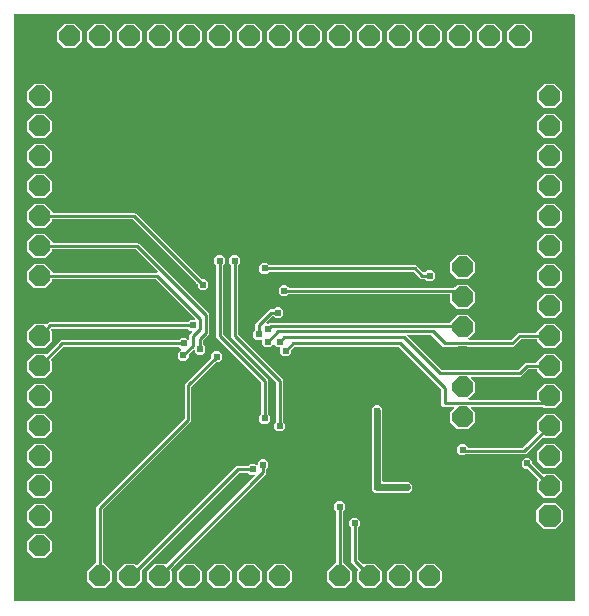
<source format=gbl>
G04 EAGLE Gerber RS-274X export*
G75*
%MOMM*%
%FSLAX34Y34*%
%LPD*%
%INBottom Copper Layer*%
%IPPOS*%
%AMOC8*
5,1,8,0,0,1.08239X$1,22.5*%
G01*
%ADD10P,2.089446X8X112.500000*%
%ADD11P,1.924489X8X292.500000*%
%ADD12P,1.924489X8X112.500000*%
%ADD13P,1.924489X8X22.500000*%
%ADD14P,1.924489X8X202.500000*%
%ADD15P,2.089446X8X22.500000*%
%ADD16C,0.604000*%
%ADD17C,0.609600*%
%ADD18C,0.254000*%

G36*
X477848Y3814D02*
X477848Y3814D01*
X477867Y3812D01*
X477969Y3834D01*
X478071Y3850D01*
X478088Y3860D01*
X478108Y3864D01*
X478197Y3917D01*
X478288Y3966D01*
X478302Y3980D01*
X478319Y3990D01*
X478386Y4069D01*
X478458Y4144D01*
X478466Y4162D01*
X478479Y4177D01*
X478518Y4273D01*
X478561Y4367D01*
X478563Y4387D01*
X478571Y4405D01*
X478589Y4572D01*
X478589Y500128D01*
X478586Y500148D01*
X478588Y500167D01*
X478566Y500269D01*
X478550Y500371D01*
X478540Y500388D01*
X478536Y500408D01*
X478483Y500497D01*
X478434Y500588D01*
X478420Y500602D01*
X478410Y500619D01*
X478331Y500686D01*
X478256Y500758D01*
X478238Y500766D01*
X478223Y500779D01*
X478127Y500818D01*
X478033Y500861D01*
X478013Y500863D01*
X477995Y500871D01*
X477828Y500889D01*
X4572Y500889D01*
X4552Y500886D01*
X4533Y500888D01*
X4431Y500866D01*
X4329Y500850D01*
X4312Y500840D01*
X4292Y500836D01*
X4203Y500783D01*
X4112Y500734D01*
X4098Y500720D01*
X4081Y500710D01*
X4014Y500631D01*
X3942Y500556D01*
X3934Y500538D01*
X3921Y500523D01*
X3882Y500427D01*
X3839Y500333D01*
X3837Y500313D01*
X3829Y500295D01*
X3811Y500128D01*
X3811Y4572D01*
X3814Y4552D01*
X3812Y4533D01*
X3834Y4431D01*
X3850Y4329D01*
X3860Y4312D01*
X3864Y4292D01*
X3917Y4203D01*
X3966Y4112D01*
X3980Y4098D01*
X3990Y4081D01*
X4069Y4014D01*
X4144Y3942D01*
X4162Y3934D01*
X4177Y3921D01*
X4273Y3882D01*
X4367Y3839D01*
X4387Y3837D01*
X4405Y3829D01*
X4572Y3811D01*
X477828Y3811D01*
X477848Y3814D01*
G37*
%LPC*%
G36*
X379226Y149605D02*
X379226Y149605D01*
X373125Y155706D01*
X373125Y164334D01*
X376147Y167356D01*
X376189Y167414D01*
X376238Y167466D01*
X376260Y167513D01*
X376291Y167555D01*
X376312Y167624D01*
X376342Y167689D01*
X376348Y167741D01*
X376363Y167791D01*
X376361Y167862D01*
X376369Y167933D01*
X376358Y167984D01*
X376357Y168036D01*
X376332Y168104D01*
X376317Y168174D01*
X376290Y168219D01*
X376272Y168267D01*
X376227Y168323D01*
X376191Y168385D01*
X376151Y168419D01*
X376118Y168459D01*
X376058Y168498D01*
X376004Y168545D01*
X375955Y168564D01*
X375912Y168592D01*
X375842Y168610D01*
X375776Y168637D01*
X375704Y168645D01*
X375673Y168653D01*
X375650Y168651D01*
X375609Y168655D01*
X367142Y168655D01*
X365505Y170292D01*
X365505Y182677D01*
X365491Y182767D01*
X365483Y182858D01*
X365471Y182888D01*
X365466Y182920D01*
X365423Y183000D01*
X365387Y183084D01*
X365361Y183116D01*
X365350Y183137D01*
X365327Y183159D01*
X365299Y183195D01*
X365298Y183195D01*
X365298Y183196D01*
X365282Y183215D01*
X329265Y219232D01*
X329191Y219285D01*
X329122Y219345D01*
X329092Y219357D01*
X329066Y219376D01*
X328979Y219403D01*
X328894Y219437D01*
X328853Y219441D01*
X328831Y219448D01*
X328798Y219447D01*
X328727Y219455D01*
X241655Y219455D01*
X241565Y219441D01*
X241474Y219433D01*
X241445Y219421D01*
X241413Y219416D01*
X241332Y219373D01*
X241248Y219337D01*
X241216Y219311D01*
X241195Y219300D01*
X241173Y219277D01*
X241117Y219232D01*
X238524Y216639D01*
X238471Y216565D01*
X238411Y216496D01*
X238399Y216466D01*
X238380Y216439D01*
X238354Y216352D01*
X238319Y216268D01*
X238315Y216227D01*
X238308Y216204D01*
X238309Y216172D01*
X238301Y216101D01*
X238301Y213941D01*
X235639Y211279D01*
X231874Y211279D01*
X229211Y213941D01*
X229211Y217718D01*
X229223Y217734D01*
X229272Y217786D01*
X229294Y217833D01*
X229324Y217875D01*
X229346Y217944D01*
X229376Y218009D01*
X229381Y218061D01*
X229397Y218110D01*
X229395Y218182D01*
X229403Y218253D01*
X229392Y218304D01*
X229390Y218356D01*
X229366Y218424D01*
X229351Y218494D01*
X229324Y218539D01*
X229306Y218587D01*
X229261Y218643D01*
X229224Y218705D01*
X229185Y218739D01*
X229152Y218779D01*
X229092Y218818D01*
X229037Y218865D01*
X228989Y218884D01*
X228945Y218912D01*
X228876Y218930D01*
X228809Y218957D01*
X228738Y218965D01*
X228707Y218973D01*
X228684Y218971D01*
X228643Y218975D01*
X226717Y218975D01*
X224134Y221558D01*
X224118Y221570D01*
X224106Y221585D01*
X224018Y221642D01*
X223935Y221702D01*
X223916Y221708D01*
X223899Y221718D01*
X223798Y221744D01*
X223700Y221774D01*
X223680Y221774D01*
X223660Y221779D01*
X223557Y221771D01*
X223454Y221768D01*
X223435Y221761D01*
X223415Y221759D01*
X223320Y221719D01*
X223223Y221683D01*
X223207Y221671D01*
X223189Y221663D01*
X223058Y221558D01*
X220399Y218899D01*
X216634Y218899D01*
X213971Y221561D01*
X213971Y224756D01*
X213960Y224827D01*
X213958Y224899D01*
X213940Y224948D01*
X213932Y224999D01*
X213898Y225062D01*
X213874Y225130D01*
X213841Y225171D01*
X213817Y225217D01*
X213765Y225266D01*
X213720Y225322D01*
X213676Y225350D01*
X213638Y225386D01*
X213573Y225416D01*
X213513Y225455D01*
X213462Y225468D01*
X213415Y225490D01*
X213344Y225497D01*
X213274Y225515D01*
X213222Y225511D01*
X213171Y225517D01*
X213101Y225501D01*
X213029Y225496D01*
X212981Y225475D01*
X212930Y225464D01*
X212869Y225428D01*
X212803Y225399D01*
X212747Y225355D01*
X212719Y225338D01*
X212708Y225325D01*
X208937Y225325D01*
X206275Y227987D01*
X206275Y231753D01*
X207802Y233280D01*
X207855Y233353D01*
X207915Y233423D01*
X207927Y233453D01*
X207946Y233479D01*
X207973Y233566D01*
X208007Y233651D01*
X208011Y233692D01*
X208018Y233714D01*
X208017Y233747D01*
X208025Y233818D01*
X208025Y238648D01*
X220302Y250925D01*
X223382Y250925D01*
X223472Y250939D01*
X223563Y250947D01*
X223593Y250959D01*
X223625Y250964D01*
X223706Y251007D01*
X223789Y251043D01*
X223822Y251069D01*
X223842Y251080D01*
X223864Y251103D01*
X223920Y251148D01*
X225447Y252675D01*
X229213Y252675D01*
X231875Y250013D01*
X231875Y246247D01*
X229213Y243585D01*
X225447Y243585D01*
X223920Y245112D01*
X223847Y245165D01*
X223777Y245225D01*
X223747Y245237D01*
X223721Y245256D01*
X223634Y245283D01*
X223549Y245317D01*
X223508Y245321D01*
X223486Y245328D01*
X223453Y245327D01*
X223382Y245335D01*
X222933Y245335D01*
X222843Y245321D01*
X222752Y245313D01*
X222722Y245301D01*
X222690Y245296D01*
X222610Y245253D01*
X222526Y245217D01*
X222494Y245191D01*
X222473Y245180D01*
X222451Y245157D01*
X222395Y245112D01*
X217597Y240314D01*
X217555Y240256D01*
X217505Y240204D01*
X217483Y240157D01*
X217453Y240115D01*
X217432Y240046D01*
X217402Y239981D01*
X217396Y239929D01*
X217381Y239879D01*
X217383Y239808D01*
X217375Y239737D01*
X217386Y239686D01*
X217387Y239634D01*
X217412Y239566D01*
X217427Y239496D01*
X217454Y239451D01*
X217472Y239403D01*
X217516Y239347D01*
X217553Y239285D01*
X217593Y239251D01*
X217625Y239211D01*
X217686Y239172D01*
X217740Y239125D01*
X217788Y239106D01*
X217832Y239078D01*
X217902Y239060D01*
X217968Y239033D01*
X218040Y239025D01*
X218071Y239017D01*
X218094Y239019D01*
X218135Y239015D01*
X219349Y239015D01*
X219440Y239029D01*
X219530Y239037D01*
X219560Y239049D01*
X219592Y239054D01*
X219673Y239097D01*
X219757Y239133D01*
X219789Y239159D01*
X219810Y239170D01*
X219830Y239191D01*
X219832Y239192D01*
X219836Y239197D01*
X219888Y239238D01*
X220455Y239805D01*
X372364Y239805D01*
X372384Y239808D01*
X372403Y239806D01*
X372505Y239828D01*
X372607Y239844D01*
X372624Y239854D01*
X372644Y239858D01*
X372733Y239911D01*
X372824Y239960D01*
X372838Y239974D01*
X372855Y239984D01*
X372922Y240063D01*
X372994Y240138D01*
X373002Y240156D01*
X373015Y240171D01*
X373053Y240267D01*
X373097Y240361D01*
X373099Y240381D01*
X373107Y240399D01*
X373121Y240530D01*
X379226Y246635D01*
X387854Y246635D01*
X393955Y240534D01*
X393955Y231906D01*
X388647Y226598D01*
X388605Y226540D01*
X388556Y226488D01*
X388534Y226441D01*
X388503Y226399D01*
X388482Y226330D01*
X388452Y226265D01*
X388446Y226213D01*
X388431Y226163D01*
X388433Y226092D01*
X388425Y226021D01*
X388436Y225970D01*
X388437Y225918D01*
X388462Y225850D01*
X388477Y225780D01*
X388504Y225735D01*
X388522Y225687D01*
X388567Y225631D01*
X388603Y225569D01*
X388643Y225535D01*
X388676Y225495D01*
X388736Y225456D01*
X388790Y225409D01*
X388839Y225390D01*
X388882Y225362D01*
X388952Y225344D01*
X389018Y225317D01*
X389090Y225309D01*
X389121Y225301D01*
X389144Y225303D01*
X389185Y225299D01*
X389537Y225299D01*
X389568Y225268D01*
X389642Y225215D01*
X389712Y225155D01*
X389742Y225143D01*
X389768Y225124D01*
X389855Y225097D01*
X389940Y225063D01*
X389981Y225059D01*
X390003Y225052D01*
X390035Y225053D01*
X390107Y225045D01*
X423977Y225045D01*
X424067Y225059D01*
X424158Y225067D01*
X424188Y225079D01*
X424220Y225084D01*
X424301Y225127D01*
X424384Y225163D01*
X424417Y225189D01*
X424437Y225200D01*
X424459Y225223D01*
X424515Y225268D01*
X428782Y229535D01*
X430642Y231395D01*
X446024Y231395D01*
X446044Y231398D01*
X446063Y231396D01*
X446165Y231418D01*
X446267Y231434D01*
X446284Y231444D01*
X446304Y231448D01*
X446393Y231501D01*
X446484Y231550D01*
X446498Y231564D01*
X446515Y231574D01*
X446582Y231653D01*
X446654Y231728D01*
X446662Y231746D01*
X446675Y231761D01*
X446714Y231857D01*
X446757Y231951D01*
X446759Y231971D01*
X446767Y231989D01*
X446785Y232156D01*
X446785Y232914D01*
X452886Y239015D01*
X461514Y239015D01*
X467615Y232914D01*
X467615Y224286D01*
X461514Y218185D01*
X452886Y218185D01*
X446785Y224286D01*
X446785Y225044D01*
X446782Y225064D01*
X446784Y225083D01*
X446762Y225185D01*
X446746Y225287D01*
X446736Y225304D01*
X446732Y225324D01*
X446679Y225413D01*
X446630Y225504D01*
X446616Y225518D01*
X446606Y225535D01*
X446527Y225602D01*
X446452Y225674D01*
X446434Y225682D01*
X446419Y225695D01*
X446323Y225734D01*
X446229Y225777D01*
X446209Y225779D01*
X446191Y225787D01*
X446024Y225805D01*
X433273Y225805D01*
X433183Y225791D01*
X433092Y225783D01*
X433062Y225771D01*
X433030Y225766D01*
X432949Y225723D01*
X432866Y225687D01*
X432833Y225661D01*
X432813Y225650D01*
X432791Y225627D01*
X432735Y225582D01*
X428468Y221315D01*
X426608Y219455D01*
X387476Y219455D01*
X387445Y219486D01*
X387371Y219539D01*
X387302Y219599D01*
X387271Y219611D01*
X387245Y219630D01*
X387158Y219657D01*
X387073Y219691D01*
X387033Y219695D01*
X387010Y219702D01*
X386978Y219701D01*
X386907Y219709D01*
X380173Y219709D01*
X380083Y219695D01*
X379992Y219687D01*
X379962Y219675D01*
X379931Y219670D01*
X379850Y219627D01*
X379766Y219591D01*
X379734Y219565D01*
X379713Y219554D01*
X379691Y219531D01*
X379635Y219486D01*
X379604Y219455D01*
X367142Y219455D01*
X357205Y229392D01*
X357131Y229445D01*
X357062Y229505D01*
X357032Y229517D01*
X357006Y229536D01*
X356919Y229563D01*
X356834Y229597D01*
X356793Y229601D01*
X356771Y229608D01*
X356738Y229607D01*
X356667Y229615D01*
X337515Y229615D01*
X337444Y229604D01*
X337372Y229602D01*
X337323Y229584D01*
X337272Y229576D01*
X337209Y229542D01*
X337141Y229517D01*
X337101Y229485D01*
X337055Y229460D01*
X337005Y229408D01*
X336949Y229364D01*
X336921Y229320D01*
X336885Y229282D01*
X336855Y229217D01*
X336816Y229157D01*
X336804Y229106D01*
X336782Y229059D01*
X336774Y228988D01*
X336756Y228918D01*
X336760Y228866D01*
X336755Y228815D01*
X336770Y228744D01*
X336775Y228673D01*
X336796Y228625D01*
X336807Y228574D01*
X336844Y228513D01*
X336872Y228447D01*
X336917Y228391D01*
X336933Y228363D01*
X336951Y228348D01*
X336977Y228316D01*
X365425Y199868D01*
X365499Y199815D01*
X365568Y199755D01*
X365598Y199743D01*
X365624Y199724D01*
X365711Y199697D01*
X365796Y199663D01*
X365837Y199659D01*
X365859Y199652D01*
X365892Y199653D01*
X365963Y199645D01*
X376973Y199645D01*
X377063Y199659D01*
X377154Y199667D01*
X377184Y199679D01*
X377216Y199684D01*
X377297Y199727D01*
X377381Y199763D01*
X377413Y199789D01*
X377433Y199800D01*
X377456Y199823D01*
X377512Y199868D01*
X377543Y199899D01*
X389537Y199899D01*
X389568Y199868D01*
X389642Y199815D01*
X389712Y199755D01*
X389742Y199743D01*
X389768Y199724D01*
X389855Y199697D01*
X389940Y199663D01*
X389981Y199659D01*
X390003Y199652D01*
X390035Y199653D01*
X390107Y199645D01*
X430327Y199645D01*
X430417Y199659D01*
X430508Y199667D01*
X430538Y199679D01*
X430570Y199684D01*
X430650Y199727D01*
X430734Y199763D01*
X430766Y199789D01*
X430787Y199800D01*
X430809Y199823D01*
X430865Y199868D01*
X436992Y205995D01*
X446024Y205995D01*
X446044Y205998D01*
X446063Y205996D01*
X446165Y206018D01*
X446267Y206034D01*
X446284Y206044D01*
X446304Y206048D01*
X446393Y206101D01*
X446484Y206150D01*
X446498Y206164D01*
X446515Y206174D01*
X446582Y206253D01*
X446654Y206328D01*
X446662Y206346D01*
X446675Y206361D01*
X446714Y206457D01*
X446757Y206551D01*
X446759Y206571D01*
X446767Y206589D01*
X446785Y206756D01*
X446785Y207514D01*
X452886Y213615D01*
X461514Y213615D01*
X467615Y207514D01*
X467615Y198886D01*
X461514Y192785D01*
X452886Y192785D01*
X446785Y198886D01*
X446785Y199644D01*
X446782Y199664D01*
X446784Y199683D01*
X446762Y199785D01*
X446746Y199887D01*
X446736Y199904D01*
X446732Y199924D01*
X446679Y200013D01*
X446630Y200104D01*
X446616Y200118D01*
X446606Y200135D01*
X446527Y200202D01*
X446452Y200274D01*
X446434Y200282D01*
X446419Y200295D01*
X446323Y200334D01*
X446229Y200377D01*
X446209Y200379D01*
X446191Y200387D01*
X446024Y200405D01*
X439623Y200405D01*
X439533Y200391D01*
X439442Y200383D01*
X439412Y200371D01*
X439380Y200366D01*
X439300Y200323D01*
X439216Y200287D01*
X439184Y200261D01*
X439163Y200250D01*
X439141Y200227D01*
X439085Y200182D01*
X432958Y194055D01*
X391471Y194055D01*
X391400Y194044D01*
X391329Y194042D01*
X391280Y194024D01*
X391228Y194016D01*
X391165Y193982D01*
X391098Y193957D01*
X391057Y193925D01*
X391011Y193900D01*
X390962Y193848D01*
X390906Y193804D01*
X390878Y193760D01*
X390842Y193722D01*
X390811Y193657D01*
X390773Y193597D01*
X390760Y193546D01*
X390738Y193499D01*
X390730Y193428D01*
X390713Y193358D01*
X390717Y193306D01*
X390711Y193255D01*
X390726Y193184D01*
X390732Y193113D01*
X390752Y193065D01*
X390763Y193014D01*
X390800Y192953D01*
X390828Y192887D01*
X390873Y192831D01*
X390889Y192803D01*
X390907Y192788D01*
X390933Y192756D01*
X393955Y189734D01*
X393955Y181106D01*
X388647Y175798D01*
X388605Y175740D01*
X388556Y175688D01*
X388534Y175641D01*
X388503Y175599D01*
X388482Y175530D01*
X388452Y175465D01*
X388446Y175413D01*
X388431Y175363D01*
X388433Y175292D01*
X388425Y175221D01*
X388436Y175170D01*
X388437Y175118D01*
X388462Y175050D01*
X388477Y174980D01*
X388504Y174935D01*
X388522Y174887D01*
X388567Y174831D01*
X388603Y174769D01*
X388643Y174735D01*
X388676Y174695D01*
X388736Y174656D01*
X388790Y174609D01*
X388839Y174590D01*
X388882Y174562D01*
X388952Y174544D01*
X389018Y174517D01*
X389090Y174509D01*
X389121Y174501D01*
X389144Y174503D01*
X389185Y174499D01*
X389537Y174499D01*
X389568Y174468D01*
X389642Y174415D01*
X389712Y174355D01*
X389742Y174343D01*
X389768Y174324D01*
X389855Y174297D01*
X389940Y174263D01*
X389981Y174259D01*
X390003Y174252D01*
X390035Y174253D01*
X390107Y174245D01*
X446024Y174245D01*
X446044Y174248D01*
X446063Y174246D01*
X446165Y174268D01*
X446267Y174284D01*
X446284Y174294D01*
X446304Y174298D01*
X446393Y174351D01*
X446484Y174400D01*
X446498Y174414D01*
X446515Y174424D01*
X446582Y174503D01*
X446654Y174578D01*
X446662Y174596D01*
X446675Y174611D01*
X446714Y174707D01*
X446757Y174801D01*
X446759Y174821D01*
X446767Y174839D01*
X446785Y175006D01*
X446785Y182114D01*
X452886Y188215D01*
X461514Y188215D01*
X467615Y182114D01*
X467615Y173486D01*
X461514Y167385D01*
X452886Y167385D01*
X451839Y168432D01*
X451765Y168485D01*
X451696Y168545D01*
X451665Y168557D01*
X451639Y168576D01*
X451552Y168603D01*
X451467Y168637D01*
X451427Y168641D01*
X451404Y168648D01*
X451372Y168647D01*
X451301Y168655D01*
X391471Y168655D01*
X391400Y168644D01*
X391329Y168642D01*
X391280Y168624D01*
X391228Y168616D01*
X391165Y168582D01*
X391098Y168557D01*
X391057Y168525D01*
X391011Y168500D01*
X390962Y168448D01*
X390906Y168404D01*
X390878Y168360D01*
X390842Y168322D01*
X390811Y168257D01*
X390773Y168197D01*
X390760Y168146D01*
X390738Y168099D01*
X390730Y168028D01*
X390713Y167958D01*
X390717Y167906D01*
X390711Y167855D01*
X390726Y167784D01*
X390732Y167713D01*
X390752Y167665D01*
X390763Y167614D01*
X390800Y167553D01*
X390828Y167487D01*
X390873Y167431D01*
X390889Y167403D01*
X390907Y167388D01*
X390933Y167356D01*
X393955Y164334D01*
X393955Y155706D01*
X387854Y149605D01*
X379226Y149605D01*
G37*
%LPD*%
%LPC*%
G36*
X21086Y192785D02*
X21086Y192785D01*
X14985Y198886D01*
X14985Y207514D01*
X21086Y213615D01*
X29714Y213615D01*
X30250Y213079D01*
X30266Y213067D01*
X30278Y213052D01*
X30366Y212996D01*
X30450Y212935D01*
X30469Y212929D01*
X30485Y212919D01*
X30586Y212893D01*
X30685Y212863D01*
X30705Y212863D01*
X30724Y212859D01*
X30827Y212867D01*
X30931Y212869D01*
X30949Y212876D01*
X30969Y212878D01*
X31064Y212918D01*
X31162Y212954D01*
X31177Y212966D01*
X31195Y212974D01*
X31326Y213079D01*
X43292Y225045D01*
X143372Y225045D01*
X143462Y225059D01*
X143553Y225067D01*
X143583Y225079D01*
X143615Y225084D01*
X143696Y225127D01*
X143779Y225163D01*
X143812Y225189D01*
X143832Y225200D01*
X143854Y225223D01*
X143910Y225268D01*
X145437Y226795D01*
X149203Y226795D01*
X150846Y225151D01*
X150904Y225110D01*
X150956Y225060D01*
X151003Y225038D01*
X151045Y225008D01*
X151114Y224987D01*
X151179Y224957D01*
X151231Y224951D01*
X151281Y224936D01*
X151352Y224937D01*
X151423Y224930D01*
X151474Y224941D01*
X151526Y224942D01*
X151594Y224967D01*
X151664Y224982D01*
X151709Y225009D01*
X151757Y225026D01*
X151813Y225071D01*
X151875Y225108D01*
X151909Y225148D01*
X151949Y225180D01*
X151988Y225240D01*
X152035Y225295D01*
X152054Y225343D01*
X152082Y225387D01*
X152100Y225456D01*
X152127Y225523D01*
X152135Y225594D01*
X152143Y225626D01*
X152141Y225649D01*
X152145Y225690D01*
X152145Y229348D01*
X154005Y231208D01*
X154443Y231646D01*
X154485Y231704D01*
X154534Y231756D01*
X154556Y231803D01*
X154587Y231845D01*
X154608Y231914D01*
X154638Y231979D01*
X154644Y232031D01*
X154659Y232081D01*
X154657Y232152D01*
X154665Y232223D01*
X154654Y232274D01*
X154653Y232326D01*
X154628Y232394D01*
X154613Y232464D01*
X154586Y232509D01*
X154568Y232557D01*
X154524Y232613D01*
X154487Y232675D01*
X154447Y232709D01*
X154415Y232749D01*
X154354Y232788D01*
X154300Y232835D01*
X154251Y232854D01*
X154208Y232882D01*
X154138Y232900D01*
X154072Y232927D01*
X154000Y232935D01*
X153969Y232943D01*
X153946Y232941D01*
X153905Y232945D01*
X153057Y232945D01*
X151530Y234472D01*
X151457Y234525D01*
X151387Y234585D01*
X151357Y234597D01*
X151331Y234616D01*
X151244Y234643D01*
X151159Y234677D01*
X151118Y234681D01*
X151096Y234688D01*
X151063Y234687D01*
X150992Y234695D01*
X35871Y234695D01*
X35800Y234684D01*
X35729Y234682D01*
X35680Y234664D01*
X35628Y234656D01*
X35565Y234622D01*
X35498Y234597D01*
X35457Y234565D01*
X35411Y234540D01*
X35362Y234488D01*
X35306Y234444D01*
X35278Y234400D01*
X35242Y234362D01*
X35211Y234297D01*
X35173Y234237D01*
X35160Y234186D01*
X35138Y234139D01*
X35130Y234068D01*
X35113Y233998D01*
X35117Y233946D01*
X35111Y233895D01*
X35126Y233824D01*
X35132Y233753D01*
X35152Y233705D01*
X35163Y233654D01*
X35200Y233593D01*
X35228Y233527D01*
X35273Y233471D01*
X35289Y233443D01*
X35307Y233428D01*
X35333Y233396D01*
X35815Y232914D01*
X35815Y224286D01*
X29714Y218185D01*
X21086Y218185D01*
X14985Y224286D01*
X14985Y232914D01*
X21086Y239015D01*
X29714Y239015D01*
X30250Y238479D01*
X30266Y238467D01*
X30278Y238452D01*
X30352Y238404D01*
X30373Y238386D01*
X30386Y238381D01*
X30450Y238335D01*
X30469Y238329D01*
X30485Y238319D01*
X30586Y238293D01*
X30685Y238263D01*
X30705Y238263D01*
X30724Y238259D01*
X30827Y238267D01*
X30931Y238269D01*
X30949Y238276D01*
X30969Y238278D01*
X31064Y238318D01*
X31162Y238354D01*
X31177Y238366D01*
X31195Y238374D01*
X31262Y238427D01*
X31268Y238431D01*
X31275Y238437D01*
X31326Y238479D01*
X33132Y240285D01*
X150992Y240285D01*
X151082Y240299D01*
X151173Y240307D01*
X151203Y240319D01*
X151235Y240324D01*
X151316Y240367D01*
X151399Y240403D01*
X151432Y240429D01*
X151452Y240440D01*
X151474Y240463D01*
X151530Y240508D01*
X153057Y242035D01*
X156638Y242035D01*
X156708Y242046D01*
X156780Y242048D01*
X156829Y242066D01*
X156880Y242074D01*
X156944Y242108D01*
X157011Y242133D01*
X157052Y242165D01*
X157098Y242190D01*
X157147Y242241D01*
X157203Y242286D01*
X157231Y242330D01*
X157267Y242368D01*
X157297Y242433D01*
X157336Y242493D01*
X157349Y242544D01*
X157371Y242591D01*
X157379Y242662D01*
X157396Y242732D01*
X157392Y242784D01*
X157398Y242835D01*
X157383Y242906D01*
X157377Y242977D01*
X157357Y243025D01*
X157346Y243076D01*
X157309Y243137D01*
X157281Y243203D01*
X157236Y243259D01*
X157220Y243287D01*
X157202Y243302D01*
X157176Y243334D01*
X124128Y276382D01*
X124054Y276435D01*
X123985Y276495D01*
X123954Y276507D01*
X123928Y276526D01*
X123841Y276553D01*
X123756Y276587D01*
X123715Y276591D01*
X123693Y276598D01*
X123661Y276597D01*
X123590Y276605D01*
X36576Y276605D01*
X36556Y276602D01*
X36537Y276604D01*
X36435Y276582D01*
X36333Y276566D01*
X36316Y276556D01*
X36296Y276552D01*
X36207Y276499D01*
X36116Y276450D01*
X36102Y276436D01*
X36085Y276426D01*
X36018Y276347D01*
X35946Y276272D01*
X35938Y276254D01*
X35925Y276239D01*
X35886Y276143D01*
X35843Y276049D01*
X35841Y276029D01*
X35833Y276011D01*
X35815Y275844D01*
X35815Y275086D01*
X29714Y268985D01*
X21086Y268985D01*
X14985Y275086D01*
X14985Y283714D01*
X21086Y289815D01*
X29714Y289815D01*
X35815Y283714D01*
X35815Y282956D01*
X35818Y282936D01*
X35816Y282917D01*
X35838Y282815D01*
X35854Y282713D01*
X35864Y282696D01*
X35868Y282676D01*
X35921Y282587D01*
X35970Y282496D01*
X35984Y282482D01*
X35994Y282465D01*
X36073Y282398D01*
X36148Y282326D01*
X36166Y282318D01*
X36181Y282305D01*
X36277Y282266D01*
X36371Y282223D01*
X36391Y282221D01*
X36409Y282213D01*
X36576Y282195D01*
X124765Y282195D01*
X124836Y282206D01*
X124908Y282208D01*
X124957Y282226D01*
X125008Y282234D01*
X125071Y282268D01*
X125139Y282293D01*
X125179Y282325D01*
X125225Y282350D01*
X125275Y282402D01*
X125331Y282446D01*
X125359Y282490D01*
X125395Y282528D01*
X125425Y282593D01*
X125464Y282653D01*
X125476Y282704D01*
X125498Y282751D01*
X125506Y282822D01*
X125524Y282892D01*
X125520Y282944D01*
X125525Y282995D01*
X125510Y283066D01*
X125505Y283137D01*
X125484Y283185D01*
X125473Y283236D01*
X125436Y283297D01*
X125408Y283363D01*
X125363Y283419D01*
X125347Y283447D01*
X125329Y283462D01*
X125303Y283494D01*
X107015Y301782D01*
X106941Y301835D01*
X106872Y301895D01*
X106842Y301907D01*
X106816Y301926D01*
X106729Y301953D01*
X106644Y301987D01*
X106603Y301991D01*
X106581Y301998D01*
X106548Y301997D01*
X106477Y302005D01*
X36576Y302005D01*
X36556Y302002D01*
X36537Y302004D01*
X36435Y301982D01*
X36333Y301966D01*
X36316Y301956D01*
X36296Y301952D01*
X36207Y301899D01*
X36116Y301850D01*
X36102Y301836D01*
X36085Y301826D01*
X36018Y301747D01*
X35946Y301672D01*
X35938Y301654D01*
X35925Y301639D01*
X35886Y301543D01*
X35843Y301449D01*
X35841Y301429D01*
X35833Y301411D01*
X35815Y301244D01*
X35815Y300486D01*
X29714Y294385D01*
X21086Y294385D01*
X14985Y300486D01*
X14985Y309114D01*
X21086Y315215D01*
X29714Y315215D01*
X35815Y309114D01*
X35815Y308356D01*
X35818Y308336D01*
X35816Y308317D01*
X35838Y308215D01*
X35854Y308113D01*
X35864Y308096D01*
X35868Y308076D01*
X35921Y307987D01*
X35970Y307896D01*
X35984Y307882D01*
X35994Y307865D01*
X36073Y307798D01*
X36148Y307726D01*
X36166Y307718D01*
X36181Y307705D01*
X36277Y307666D01*
X36371Y307623D01*
X36391Y307621D01*
X36409Y307613D01*
X36576Y307595D01*
X109108Y307595D01*
X169165Y247538D01*
X169165Y229982D01*
X164308Y225125D01*
X164255Y225051D01*
X164195Y224982D01*
X164183Y224952D01*
X164164Y224926D01*
X164137Y224839D01*
X164114Y224782D01*
X164113Y224778D01*
X164103Y224754D01*
X164099Y224713D01*
X164092Y224691D01*
X164093Y224658D01*
X164085Y224587D01*
X164085Y221118D01*
X164099Y221028D01*
X164107Y220937D01*
X164119Y220907D01*
X164124Y220875D01*
X164167Y220794D01*
X164203Y220711D01*
X164229Y220678D01*
X164240Y220658D01*
X164263Y220636D01*
X164308Y220580D01*
X165835Y219053D01*
X165835Y215287D01*
X163173Y212625D01*
X159407Y212625D01*
X156745Y215287D01*
X156745Y215951D01*
X156734Y216022D01*
X156732Y216094D01*
X156714Y216143D01*
X156706Y216194D01*
X156672Y216257D01*
X156647Y216325D01*
X156615Y216365D01*
X156590Y216411D01*
X156538Y216461D01*
X156494Y216517D01*
X156450Y216545D01*
X156412Y216581D01*
X156347Y216611D01*
X156287Y216650D01*
X156236Y216662D01*
X156189Y216684D01*
X156118Y216692D01*
X156048Y216710D01*
X155996Y216706D01*
X155945Y216711D01*
X155874Y216696D01*
X155803Y216691D01*
X155755Y216670D01*
X155704Y216659D01*
X155643Y216622D01*
X155577Y216594D01*
X155521Y216549D01*
X155493Y216533D01*
X155478Y216515D01*
X155446Y216489D01*
X151862Y212905D01*
X151816Y212842D01*
X151797Y212821D01*
X151793Y212813D01*
X151749Y212762D01*
X151737Y212732D01*
X151718Y212706D01*
X151691Y212618D01*
X151657Y212534D01*
X151653Y212493D01*
X151646Y212471D01*
X151647Y212438D01*
X151639Y212367D01*
X151639Y210207D01*
X148977Y207545D01*
X145211Y207545D01*
X142549Y210207D01*
X142549Y213973D01*
X145321Y216745D01*
X145333Y216761D01*
X145349Y216773D01*
X145405Y216861D01*
X145465Y216944D01*
X145471Y216963D01*
X145482Y216980D01*
X145507Y217081D01*
X145537Y217180D01*
X145537Y217199D01*
X145542Y217219D01*
X145534Y217322D01*
X145531Y217425D01*
X145524Y217444D01*
X145523Y217464D01*
X145482Y217559D01*
X145447Y217656D01*
X145434Y217672D01*
X145426Y217690D01*
X145321Y217821D01*
X143910Y219232D01*
X143836Y219285D01*
X143767Y219345D01*
X143737Y219357D01*
X143711Y219376D01*
X143624Y219403D01*
X143539Y219437D01*
X143498Y219441D01*
X143476Y219448D01*
X143443Y219447D01*
X143372Y219455D01*
X45923Y219455D01*
X45833Y219441D01*
X45742Y219433D01*
X45712Y219421D01*
X45680Y219416D01*
X45600Y219373D01*
X45516Y219337D01*
X45484Y219311D01*
X45463Y219300D01*
X45441Y219277D01*
X45385Y219232D01*
X35279Y209126D01*
X35267Y209110D01*
X35252Y209098D01*
X35219Y209047D01*
X35189Y209015D01*
X35170Y208976D01*
X35135Y208927D01*
X35129Y208908D01*
X35119Y208891D01*
X35104Y208832D01*
X35085Y208792D01*
X35080Y208748D01*
X35063Y208692D01*
X35063Y208672D01*
X35059Y208652D01*
X35063Y208593D01*
X35058Y208548D01*
X35068Y208503D01*
X35069Y208446D01*
X35076Y208427D01*
X35078Y208407D01*
X35100Y208355D01*
X35110Y208307D01*
X35135Y208266D01*
X35154Y208215D01*
X35166Y208199D01*
X35174Y208181D01*
X35221Y208122D01*
X35236Y208096D01*
X35253Y208082D01*
X35279Y208050D01*
X35815Y207514D01*
X35815Y198886D01*
X29714Y192785D01*
X21086Y192785D01*
G37*
%LPD*%
%LPC*%
G36*
X97286Y14985D02*
X97286Y14985D01*
X91185Y21086D01*
X91185Y29714D01*
X97286Y35815D01*
X105914Y35815D01*
X107085Y34644D01*
X107101Y34632D01*
X107113Y34617D01*
X107201Y34561D01*
X107285Y34500D01*
X107304Y34494D01*
X107320Y34484D01*
X107421Y34458D01*
X107520Y34428D01*
X107540Y34428D01*
X107559Y34424D01*
X107662Y34432D01*
X107766Y34434D01*
X107784Y34441D01*
X107804Y34443D01*
X107899Y34483D01*
X107997Y34519D01*
X108012Y34531D01*
X108030Y34539D01*
X108161Y34644D01*
X191882Y118365D01*
X201792Y118365D01*
X201882Y118379D01*
X201973Y118387D01*
X202003Y118399D01*
X202035Y118404D01*
X202116Y118447D01*
X202199Y118483D01*
X202232Y118509D01*
X202252Y118520D01*
X202274Y118543D01*
X202330Y118588D01*
X203857Y120115D01*
X207623Y120115D01*
X208786Y118951D01*
X208844Y118910D01*
X208896Y118860D01*
X208943Y118838D01*
X208985Y118808D01*
X209054Y118787D01*
X209119Y118757D01*
X209171Y118751D01*
X209221Y118736D01*
X209292Y118737D01*
X209363Y118730D01*
X209414Y118741D01*
X209466Y118742D01*
X209534Y118767D01*
X209604Y118782D01*
X209649Y118809D01*
X209697Y118826D01*
X209753Y118871D01*
X209815Y118908D01*
X209849Y118948D01*
X209889Y118980D01*
X209928Y119040D01*
X209975Y119095D01*
X209994Y119143D01*
X210022Y119187D01*
X210040Y119256D01*
X210067Y119323D01*
X210075Y119394D01*
X210083Y119426D01*
X210081Y119449D01*
X210085Y119490D01*
X210085Y121263D01*
X212747Y123925D01*
X216513Y123925D01*
X219175Y121263D01*
X219175Y117497D01*
X217648Y115970D01*
X217595Y115897D01*
X217535Y115827D01*
X217523Y115797D01*
X217504Y115771D01*
X217477Y115684D01*
X217443Y115599D01*
X217439Y115558D01*
X217432Y115536D01*
X217433Y115503D01*
X217425Y115432D01*
X217425Y111872D01*
X136879Y31326D01*
X136867Y31310D01*
X136852Y31298D01*
X136795Y31211D01*
X136735Y31127D01*
X136729Y31108D01*
X136719Y31091D01*
X136693Y30990D01*
X136663Y30892D01*
X136663Y30872D01*
X136659Y30852D01*
X136667Y30749D01*
X136669Y30646D01*
X136676Y30627D01*
X136678Y30607D01*
X136718Y30512D01*
X136754Y30415D01*
X136766Y30399D01*
X136774Y30381D01*
X136879Y30250D01*
X137415Y29714D01*
X137415Y21086D01*
X131314Y14985D01*
X122686Y14985D01*
X116585Y21086D01*
X116585Y29714D01*
X122686Y35815D01*
X131314Y35815D01*
X131850Y35279D01*
X131866Y35267D01*
X131878Y35252D01*
X131966Y35196D01*
X132050Y35135D01*
X132069Y35129D01*
X132085Y35119D01*
X132186Y35093D01*
X132285Y35063D01*
X132305Y35063D01*
X132324Y35059D01*
X132427Y35067D01*
X132531Y35069D01*
X132549Y35076D01*
X132569Y35078D01*
X132664Y35118D01*
X132762Y35154D01*
X132777Y35166D01*
X132795Y35174D01*
X132926Y35279D01*
X207373Y109726D01*
X207415Y109784D01*
X207465Y109836D01*
X207487Y109883D01*
X207517Y109925D01*
X207538Y109994D01*
X207568Y110059D01*
X207574Y110111D01*
X207589Y110161D01*
X207587Y110232D01*
X207595Y110303D01*
X207584Y110354D01*
X207583Y110406D01*
X207558Y110474D01*
X207543Y110544D01*
X207516Y110588D01*
X207498Y110637D01*
X207454Y110693D01*
X207417Y110755D01*
X207377Y110789D01*
X207345Y110829D01*
X207284Y110868D01*
X207230Y110915D01*
X207182Y110934D01*
X207138Y110962D01*
X207068Y110980D01*
X207002Y111007D01*
X206930Y111015D01*
X206899Y111023D01*
X206876Y111021D01*
X206835Y111025D01*
X203857Y111025D01*
X202330Y112552D01*
X202257Y112605D01*
X202187Y112665D01*
X202157Y112677D01*
X202131Y112696D01*
X202044Y112723D01*
X201959Y112757D01*
X201918Y112761D01*
X201896Y112768D01*
X201863Y112767D01*
X201792Y112775D01*
X194513Y112775D01*
X194423Y112761D01*
X194332Y112753D01*
X194302Y112741D01*
X194270Y112736D01*
X194190Y112693D01*
X194106Y112657D01*
X194074Y112631D01*
X194053Y112620D01*
X194031Y112597D01*
X193975Y112552D01*
X112114Y30691D01*
X112102Y30675D01*
X112087Y30663D01*
X112030Y30575D01*
X111970Y30492D01*
X111964Y30473D01*
X111954Y30456D01*
X111928Y30355D01*
X111898Y30257D01*
X111898Y30237D01*
X111894Y30217D01*
X111902Y30114D01*
X111904Y30011D01*
X111911Y29992D01*
X111913Y29972D01*
X111953Y29877D01*
X111989Y29780D01*
X112001Y29764D01*
X112009Y29746D01*
X112015Y29739D01*
X112015Y21086D01*
X105914Y14985D01*
X97286Y14985D01*
G37*
%LPD*%
%LPC*%
G36*
X71886Y14985D02*
X71886Y14985D01*
X65785Y21086D01*
X65785Y29714D01*
X71886Y35815D01*
X72644Y35815D01*
X72664Y35818D01*
X72683Y35816D01*
X72785Y35838D01*
X72887Y35854D01*
X72904Y35864D01*
X72924Y35868D01*
X73013Y35921D01*
X73104Y35970D01*
X73118Y35984D01*
X73135Y35994D01*
X73202Y36073D01*
X73274Y36148D01*
X73282Y36166D01*
X73295Y36181D01*
X73334Y36277D01*
X73377Y36371D01*
X73379Y36391D01*
X73387Y36409D01*
X73405Y36576D01*
X73405Y83708D01*
X148112Y158415D01*
X148165Y158489D01*
X148225Y158558D01*
X148237Y158588D01*
X148256Y158614D01*
X148283Y158701D01*
X148317Y158786D01*
X148321Y158827D01*
X148328Y158849D01*
X148327Y158882D01*
X148335Y158953D01*
X148335Y187848D01*
X170492Y210005D01*
X170545Y210079D01*
X170605Y210148D01*
X170617Y210178D01*
X170636Y210204D01*
X170663Y210291D01*
X170697Y210376D01*
X170701Y210417D01*
X170708Y210439D01*
X170707Y210472D01*
X170715Y210543D01*
X170715Y212703D01*
X173377Y215365D01*
X177143Y215365D01*
X179805Y212703D01*
X179805Y208937D01*
X177143Y206275D01*
X174983Y206275D01*
X174893Y206261D01*
X174802Y206253D01*
X174772Y206241D01*
X174740Y206236D01*
X174660Y206193D01*
X174576Y206157D01*
X174544Y206131D01*
X174523Y206120D01*
X174501Y206097D01*
X174445Y206052D01*
X154148Y185755D01*
X154095Y185681D01*
X154035Y185612D01*
X154023Y185582D01*
X154004Y185556D01*
X153977Y185469D01*
X153943Y185384D01*
X153939Y185343D01*
X153932Y185321D01*
X153933Y185288D01*
X153925Y185217D01*
X153925Y156322D01*
X79218Y81615D01*
X79165Y81541D01*
X79105Y81472D01*
X79093Y81442D01*
X79074Y81416D01*
X79047Y81329D01*
X79013Y81244D01*
X79009Y81203D01*
X79002Y81181D01*
X79003Y81148D01*
X78995Y81077D01*
X78995Y36576D01*
X78998Y36556D01*
X78996Y36537D01*
X79018Y36435D01*
X79034Y36333D01*
X79044Y36316D01*
X79048Y36296D01*
X79101Y36207D01*
X79150Y36116D01*
X79164Y36102D01*
X79174Y36085D01*
X79253Y36018D01*
X79328Y35946D01*
X79346Y35938D01*
X79361Y35925D01*
X79457Y35886D01*
X79551Y35843D01*
X79571Y35841D01*
X79589Y35833D01*
X79756Y35815D01*
X80514Y35815D01*
X86615Y29714D01*
X86615Y21086D01*
X80514Y14985D01*
X71886Y14985D01*
G37*
%LPD*%
%LPC*%
G36*
X161947Y267235D02*
X161947Y267235D01*
X159285Y269897D01*
X159285Y272057D01*
X159271Y272147D01*
X159263Y272238D01*
X159251Y272268D01*
X159246Y272300D01*
X159203Y272380D01*
X159167Y272464D01*
X159141Y272496D01*
X159130Y272517D01*
X159107Y272539D01*
X159062Y272595D01*
X104475Y327182D01*
X104401Y327235D01*
X104332Y327295D01*
X104302Y327307D01*
X104276Y327326D01*
X104189Y327353D01*
X104104Y327387D01*
X104063Y327391D01*
X104041Y327398D01*
X104008Y327397D01*
X103937Y327405D01*
X36576Y327405D01*
X36556Y327402D01*
X36537Y327404D01*
X36435Y327382D01*
X36333Y327366D01*
X36316Y327356D01*
X36296Y327352D01*
X36207Y327299D01*
X36116Y327250D01*
X36102Y327236D01*
X36085Y327226D01*
X36018Y327147D01*
X35946Y327072D01*
X35938Y327054D01*
X35925Y327039D01*
X35886Y326943D01*
X35843Y326849D01*
X35841Y326829D01*
X35833Y326811D01*
X35815Y326644D01*
X35815Y325886D01*
X29714Y319785D01*
X21086Y319785D01*
X14985Y325886D01*
X14985Y334514D01*
X21086Y340615D01*
X29714Y340615D01*
X35815Y334514D01*
X35815Y333756D01*
X35818Y333736D01*
X35816Y333717D01*
X35838Y333615D01*
X35854Y333513D01*
X35864Y333496D01*
X35868Y333476D01*
X35921Y333387D01*
X35970Y333296D01*
X35984Y333282D01*
X35994Y333265D01*
X36073Y333198D01*
X36148Y333126D01*
X36166Y333118D01*
X36181Y333105D01*
X36277Y333066D01*
X36371Y333023D01*
X36391Y333021D01*
X36409Y333013D01*
X36576Y332995D01*
X106568Y332995D01*
X163015Y276548D01*
X163089Y276495D01*
X163158Y276435D01*
X163188Y276423D01*
X163214Y276404D01*
X163301Y276377D01*
X163386Y276343D01*
X163427Y276339D01*
X163449Y276332D01*
X163482Y276333D01*
X163553Y276325D01*
X165713Y276325D01*
X168375Y273663D01*
X168375Y269897D01*
X165713Y267235D01*
X161947Y267235D01*
G37*
%LPD*%
%LPC*%
G36*
X379226Y251205D02*
X379226Y251205D01*
X373125Y257306D01*
X373125Y263144D01*
X373122Y263164D01*
X373124Y263183D01*
X373102Y263285D01*
X373086Y263387D01*
X373076Y263404D01*
X373072Y263424D01*
X373019Y263513D01*
X372970Y263604D01*
X372956Y263618D01*
X372946Y263635D01*
X372867Y263702D01*
X372792Y263774D01*
X372774Y263782D01*
X372759Y263795D01*
X372663Y263834D01*
X372569Y263877D01*
X372549Y263879D01*
X372531Y263887D01*
X372364Y263905D01*
X236358Y263905D01*
X236268Y263891D01*
X236177Y263883D01*
X236147Y263871D01*
X236115Y263866D01*
X236034Y263823D01*
X235951Y263787D01*
X235918Y263761D01*
X235898Y263750D01*
X235876Y263727D01*
X235820Y263682D01*
X234293Y262155D01*
X230527Y262155D01*
X227865Y264817D01*
X227865Y268583D01*
X230527Y271245D01*
X234293Y271245D01*
X235820Y269718D01*
X235893Y269665D01*
X235963Y269605D01*
X235993Y269593D01*
X236019Y269574D01*
X236106Y269547D01*
X236191Y269513D01*
X236232Y269509D01*
X236254Y269502D01*
X236287Y269503D01*
X236358Y269495D01*
X376371Y269495D01*
X376461Y269509D01*
X376552Y269517D01*
X376582Y269529D01*
X376614Y269534D01*
X376694Y269577D01*
X376778Y269613D01*
X376810Y269639D01*
X376831Y269650D01*
X376853Y269673D01*
X376909Y269718D01*
X379226Y272035D01*
X387854Y272035D01*
X393955Y265934D01*
X393955Y257306D01*
X387854Y251205D01*
X379226Y251205D01*
G37*
%LPD*%
%LPC*%
G36*
X226717Y147855D02*
X226717Y147855D01*
X224055Y150517D01*
X224055Y154283D01*
X225582Y155810D01*
X225635Y155883D01*
X225695Y155953D01*
X225707Y155983D01*
X225726Y156009D01*
X225753Y156096D01*
X225787Y156181D01*
X225791Y156222D01*
X225798Y156244D01*
X225797Y156277D01*
X225805Y156348D01*
X225805Y189027D01*
X225791Y189117D01*
X225783Y189208D01*
X225771Y189238D01*
X225766Y189270D01*
X225723Y189350D01*
X225687Y189434D01*
X225661Y189466D01*
X225650Y189487D01*
X225627Y189509D01*
X225582Y189565D01*
X187705Y227442D01*
X187705Y288152D01*
X187691Y288242D01*
X187683Y288333D01*
X187671Y288363D01*
X187666Y288395D01*
X187623Y288476D01*
X187587Y288559D01*
X187561Y288592D01*
X187550Y288612D01*
X187527Y288634D01*
X187482Y288690D01*
X185955Y290217D01*
X185955Y293983D01*
X188617Y296645D01*
X192383Y296645D01*
X195045Y293983D01*
X195045Y290217D01*
X193518Y288690D01*
X193465Y288617D01*
X193405Y288547D01*
X193393Y288517D01*
X193374Y288491D01*
X193347Y288404D01*
X193313Y288319D01*
X193309Y288278D01*
X193302Y288256D01*
X193303Y288223D01*
X193295Y288152D01*
X193295Y230073D01*
X193309Y229983D01*
X193317Y229892D01*
X193329Y229862D01*
X193334Y229830D01*
X193377Y229750D01*
X193413Y229666D01*
X193439Y229634D01*
X193450Y229613D01*
X193473Y229591D01*
X193518Y229535D01*
X231395Y191658D01*
X231395Y156348D01*
X231409Y156258D01*
X231417Y156167D01*
X231429Y156137D01*
X231434Y156105D01*
X231477Y156024D01*
X231513Y155941D01*
X231539Y155908D01*
X231550Y155888D01*
X231573Y155866D01*
X231618Y155810D01*
X233145Y154283D01*
X233145Y150517D01*
X230483Y147855D01*
X226717Y147855D01*
G37*
%LPD*%
%LPC*%
G36*
X214017Y154205D02*
X214017Y154205D01*
X211355Y156867D01*
X211355Y160633D01*
X212882Y162160D01*
X212935Y162233D01*
X212995Y162303D01*
X213007Y162333D01*
X213026Y162359D01*
X213053Y162446D01*
X213087Y162531D01*
X213091Y162572D01*
X213098Y162594D01*
X213097Y162627D01*
X213105Y162698D01*
X213105Y189027D01*
X213091Y189117D01*
X213083Y189208D01*
X213071Y189238D01*
X213066Y189270D01*
X213023Y189350D01*
X212987Y189434D01*
X212961Y189466D01*
X212950Y189487D01*
X212927Y189509D01*
X212882Y189565D01*
X175005Y227442D01*
X175005Y288152D01*
X174991Y288242D01*
X174983Y288333D01*
X174971Y288363D01*
X174966Y288395D01*
X174923Y288476D01*
X174887Y288559D01*
X174861Y288592D01*
X174850Y288612D01*
X174827Y288634D01*
X174782Y288690D01*
X173255Y290217D01*
X173255Y293983D01*
X175917Y296645D01*
X179683Y296645D01*
X182345Y293983D01*
X182345Y290217D01*
X180818Y288690D01*
X180765Y288617D01*
X180705Y288547D01*
X180693Y288517D01*
X180674Y288491D01*
X180647Y288404D01*
X180613Y288319D01*
X180609Y288278D01*
X180602Y288256D01*
X180603Y288223D01*
X180595Y288152D01*
X180595Y230073D01*
X180609Y229983D01*
X180617Y229892D01*
X180629Y229862D01*
X180634Y229830D01*
X180677Y229750D01*
X180713Y229666D01*
X180739Y229634D01*
X180750Y229613D01*
X180773Y229591D01*
X180818Y229535D01*
X218695Y191658D01*
X218695Y162698D01*
X218709Y162608D01*
X218717Y162517D01*
X218729Y162487D01*
X218734Y162455D01*
X218777Y162374D01*
X218813Y162291D01*
X218839Y162258D01*
X218850Y162238D01*
X218873Y162216D01*
X218918Y162160D01*
X220445Y160633D01*
X220445Y156867D01*
X217783Y154205D01*
X214017Y154205D01*
G37*
%LPD*%
%LPC*%
G36*
X309256Y95757D02*
X309256Y95757D01*
X306577Y98436D01*
X306577Y166994D01*
X309256Y169673D01*
X313044Y169673D01*
X315723Y166994D01*
X315723Y105664D01*
X315726Y105644D01*
X315724Y105625D01*
X315746Y105523D01*
X315762Y105421D01*
X315772Y105404D01*
X315776Y105384D01*
X315829Y105295D01*
X315878Y105204D01*
X315892Y105190D01*
X315902Y105173D01*
X315981Y105106D01*
X316056Y105034D01*
X316074Y105026D01*
X316089Y105013D01*
X316185Y104974D01*
X316279Y104931D01*
X316299Y104929D01*
X316317Y104921D01*
X316484Y104903D01*
X338444Y104903D01*
X341123Y102224D01*
X341123Y98436D01*
X338444Y95757D01*
X309256Y95757D01*
G37*
%LPD*%
%LPC*%
G36*
X353717Y274855D02*
X353717Y274855D01*
X352190Y276382D01*
X352117Y276435D01*
X352047Y276495D01*
X352017Y276507D01*
X351991Y276526D01*
X351904Y276553D01*
X351819Y276587D01*
X351778Y276591D01*
X351756Y276598D01*
X351723Y276597D01*
X351652Y276605D01*
X348092Y276605D01*
X341965Y282732D01*
X341891Y282785D01*
X341822Y282845D01*
X341792Y282857D01*
X341766Y282876D01*
X341679Y282903D01*
X341594Y282937D01*
X341553Y282941D01*
X341531Y282948D01*
X341498Y282947D01*
X341427Y282955D01*
X219848Y282955D01*
X219758Y282941D01*
X219667Y282933D01*
X219637Y282921D01*
X219605Y282916D01*
X219524Y282873D01*
X219440Y282837D01*
X219408Y282811D01*
X219388Y282800D01*
X219366Y282777D01*
X219310Y282732D01*
X217783Y281205D01*
X214017Y281205D01*
X211355Y283867D01*
X211355Y287633D01*
X214017Y290295D01*
X217783Y290295D01*
X219310Y288768D01*
X219384Y288715D01*
X219453Y288655D01*
X219483Y288643D01*
X219509Y288624D01*
X219596Y288597D01*
X219681Y288563D01*
X219722Y288559D01*
X219744Y288552D01*
X219777Y288553D01*
X219848Y288545D01*
X344058Y288545D01*
X350185Y282418D01*
X350259Y282365D01*
X350328Y282305D01*
X350358Y282293D01*
X350384Y282274D01*
X350471Y282247D01*
X350556Y282213D01*
X350597Y282209D01*
X350619Y282202D01*
X350652Y282203D01*
X350723Y282195D01*
X351652Y282195D01*
X351742Y282209D01*
X351833Y282217D01*
X351863Y282229D01*
X351895Y282234D01*
X351976Y282277D01*
X352059Y282313D01*
X352092Y282339D01*
X352112Y282350D01*
X352134Y282373D01*
X352190Y282418D01*
X353717Y283945D01*
X357483Y283945D01*
X360145Y281283D01*
X360145Y277517D01*
X357483Y274855D01*
X353717Y274855D01*
G37*
%LPD*%
%LPC*%
G36*
X381657Y127761D02*
X381657Y127761D01*
X378995Y130423D01*
X378995Y134189D01*
X381657Y136851D01*
X385423Y136851D01*
X388220Y134054D01*
X388293Y134001D01*
X388363Y133941D01*
X388393Y133929D01*
X388419Y133910D01*
X388506Y133883D01*
X388591Y133849D01*
X388632Y133845D01*
X388654Y133838D01*
X388687Y133839D01*
X388758Y133831D01*
X434363Y133831D01*
X434453Y133845D01*
X434544Y133853D01*
X434574Y133865D01*
X434606Y133870D01*
X434686Y133913D01*
X434770Y133949D01*
X434802Y133975D01*
X434823Y133986D01*
X434845Y134009D01*
X434901Y134054D01*
X447321Y146474D01*
X447333Y146490D01*
X447348Y146502D01*
X447405Y146589D01*
X447465Y146673D01*
X447471Y146692D01*
X447481Y146709D01*
X447507Y146810D01*
X447537Y146908D01*
X447537Y146928D01*
X447541Y146948D01*
X447533Y147051D01*
X447531Y147154D01*
X447524Y147173D01*
X447522Y147193D01*
X447482Y147288D01*
X447446Y147385D01*
X447434Y147401D01*
X447426Y147419D01*
X447321Y147550D01*
X446785Y148086D01*
X446785Y156714D01*
X452886Y162815D01*
X461514Y162815D01*
X467615Y156714D01*
X467615Y148086D01*
X461514Y141985D01*
X452886Y141985D01*
X452350Y142521D01*
X452334Y142533D01*
X452322Y142548D01*
X452234Y142604D01*
X452150Y142665D01*
X452131Y142671D01*
X452115Y142681D01*
X452014Y142707D01*
X451915Y142737D01*
X451895Y142737D01*
X451876Y142741D01*
X451773Y142733D01*
X451669Y142731D01*
X451651Y142724D01*
X451631Y142722D01*
X451536Y142682D01*
X451438Y142646D01*
X451423Y142634D01*
X451405Y142626D01*
X451274Y142521D01*
X438854Y130101D01*
X436994Y128241D01*
X386218Y128241D01*
X386128Y128227D01*
X386037Y128219D01*
X386007Y128207D01*
X385975Y128202D01*
X385894Y128159D01*
X385811Y128123D01*
X385778Y128097D01*
X385758Y128086D01*
X385736Y128063D01*
X385680Y128018D01*
X385423Y127761D01*
X381657Y127761D01*
G37*
%LPD*%
%LPC*%
G36*
X275086Y14985D02*
X275086Y14985D01*
X268985Y21086D01*
X268985Y29714D01*
X275086Y35815D01*
X275844Y35815D01*
X275864Y35818D01*
X275883Y35816D01*
X275985Y35838D01*
X276087Y35854D01*
X276104Y35864D01*
X276124Y35868D01*
X276213Y35921D01*
X276304Y35970D01*
X276318Y35984D01*
X276335Y35994D01*
X276402Y36073D01*
X276474Y36148D01*
X276482Y36166D01*
X276495Y36181D01*
X276534Y36277D01*
X276577Y36371D01*
X276579Y36391D01*
X276587Y36409D01*
X276605Y36576D01*
X276605Y79872D01*
X276591Y79962D01*
X276583Y80053D01*
X276571Y80083D01*
X276566Y80115D01*
X276523Y80196D01*
X276487Y80279D01*
X276461Y80312D01*
X276450Y80332D01*
X276427Y80354D01*
X276382Y80410D01*
X274855Y81937D01*
X274855Y85703D01*
X277517Y88365D01*
X281283Y88365D01*
X283945Y85703D01*
X283945Y81937D01*
X282418Y80410D01*
X282365Y80337D01*
X282305Y80267D01*
X282293Y80237D01*
X282274Y80211D01*
X282247Y80124D01*
X282213Y80039D01*
X282209Y79998D01*
X282202Y79976D01*
X282203Y79943D01*
X282195Y79872D01*
X282195Y36576D01*
X282198Y36556D01*
X282196Y36537D01*
X282218Y36435D01*
X282234Y36333D01*
X282244Y36316D01*
X282248Y36296D01*
X282301Y36207D01*
X282350Y36116D01*
X282364Y36102D01*
X282374Y36085D01*
X282453Y36018D01*
X282528Y35946D01*
X282546Y35938D01*
X282561Y35925D01*
X282657Y35886D01*
X282751Y35843D01*
X282771Y35841D01*
X282789Y35833D01*
X282956Y35815D01*
X283714Y35815D01*
X289815Y29714D01*
X289815Y21086D01*
X283714Y14985D01*
X275086Y14985D01*
G37*
%LPD*%
%LPC*%
G36*
X300486Y14985D02*
X300486Y14985D01*
X294385Y21086D01*
X294385Y29714D01*
X294921Y30250D01*
X294933Y30266D01*
X294948Y30278D01*
X295004Y30366D01*
X295065Y30450D01*
X295071Y30469D01*
X295081Y30485D01*
X295107Y30586D01*
X295137Y30685D01*
X295137Y30705D01*
X295141Y30724D01*
X295133Y30827D01*
X295131Y30931D01*
X295124Y30949D01*
X295122Y30969D01*
X295082Y31064D01*
X295046Y31162D01*
X295034Y31177D01*
X295026Y31195D01*
X294921Y31326D01*
X289305Y36942D01*
X289305Y65902D01*
X289291Y65992D01*
X289283Y66083D01*
X289271Y66113D01*
X289266Y66145D01*
X289223Y66226D01*
X289187Y66309D01*
X289161Y66342D01*
X289150Y66362D01*
X289127Y66384D01*
X289082Y66440D01*
X287555Y67967D01*
X287555Y71733D01*
X290217Y74395D01*
X293983Y74395D01*
X296645Y71733D01*
X296645Y67967D01*
X295118Y66440D01*
X295065Y66367D01*
X295005Y66297D01*
X294993Y66267D01*
X294974Y66241D01*
X294947Y66154D01*
X294913Y66069D01*
X294909Y66028D01*
X294902Y66006D01*
X294903Y65973D01*
X294895Y65902D01*
X294895Y39573D01*
X294897Y39560D01*
X294896Y39550D01*
X294907Y39499D01*
X294909Y39483D01*
X294917Y39392D01*
X294929Y39362D01*
X294934Y39330D01*
X294977Y39250D01*
X295013Y39166D01*
X295039Y39134D01*
X295050Y39113D01*
X295073Y39091D01*
X295118Y39035D01*
X298874Y35279D01*
X298890Y35267D01*
X298902Y35252D01*
X298989Y35196D01*
X299073Y35135D01*
X299092Y35129D01*
X299109Y35119D01*
X299209Y35093D01*
X299308Y35063D01*
X299328Y35063D01*
X299348Y35059D01*
X299451Y35067D01*
X299554Y35069D01*
X299573Y35076D01*
X299593Y35078D01*
X299688Y35118D01*
X299785Y35154D01*
X299801Y35166D01*
X299819Y35174D01*
X299950Y35279D01*
X300486Y35815D01*
X309114Y35815D01*
X315215Y29714D01*
X315215Y21086D01*
X309114Y14985D01*
X300486Y14985D01*
G37*
%LPD*%
%LPC*%
G36*
X452886Y91185D02*
X452886Y91185D01*
X446785Y97286D01*
X446785Y105914D01*
X447321Y106450D01*
X447333Y106466D01*
X447348Y106478D01*
X447404Y106566D01*
X447465Y106650D01*
X447471Y106669D01*
X447481Y106685D01*
X447507Y106786D01*
X447537Y106885D01*
X447537Y106905D01*
X447541Y106924D01*
X447533Y107027D01*
X447531Y107131D01*
X447524Y107149D01*
X447522Y107169D01*
X447482Y107264D01*
X447446Y107362D01*
X447434Y107377D01*
X447426Y107395D01*
X447321Y107526D01*
X438965Y115882D01*
X438891Y115935D01*
X438822Y115995D01*
X438792Y116007D01*
X438766Y116026D01*
X438679Y116053D01*
X438594Y116087D01*
X438553Y116091D01*
X438531Y116098D01*
X438498Y116097D01*
X438427Y116105D01*
X436267Y116105D01*
X433605Y118767D01*
X433605Y122533D01*
X436267Y125195D01*
X440033Y125195D01*
X442695Y122533D01*
X442695Y120373D01*
X442709Y120283D01*
X442717Y120192D01*
X442729Y120162D01*
X442734Y120130D01*
X442777Y120050D01*
X442813Y119966D01*
X442839Y119934D01*
X442850Y119913D01*
X442873Y119891D01*
X442918Y119835D01*
X451274Y111479D01*
X451290Y111467D01*
X451302Y111452D01*
X451389Y111396D01*
X451473Y111335D01*
X451492Y111329D01*
X451509Y111319D01*
X451609Y111293D01*
X451708Y111263D01*
X451728Y111263D01*
X451748Y111259D01*
X451851Y111267D01*
X451954Y111269D01*
X451973Y111276D01*
X451993Y111278D01*
X452088Y111318D01*
X452185Y111354D01*
X452201Y111366D01*
X452219Y111374D01*
X452350Y111479D01*
X452886Y112015D01*
X461514Y112015D01*
X467615Y105914D01*
X467615Y97286D01*
X461514Y91185D01*
X452886Y91185D01*
G37*
%LPD*%
%LPC*%
G36*
X452570Y65023D02*
X452570Y65023D01*
X446023Y71570D01*
X446023Y80830D01*
X452570Y87377D01*
X461830Y87377D01*
X468377Y80830D01*
X468377Y71570D01*
X461830Y65023D01*
X452570Y65023D01*
G37*
%LPD*%
%LPC*%
G36*
X452886Y243585D02*
X452886Y243585D01*
X446785Y249686D01*
X446785Y258314D01*
X452886Y264415D01*
X461514Y264415D01*
X467615Y258314D01*
X467615Y249686D01*
X461514Y243585D01*
X452886Y243585D01*
G37*
%LPD*%
%LPC*%
G36*
X452886Y268985D02*
X452886Y268985D01*
X446785Y275086D01*
X446785Y283714D01*
X452886Y289815D01*
X461514Y289815D01*
X467615Y283714D01*
X467615Y275086D01*
X461514Y268985D01*
X452886Y268985D01*
G37*
%LPD*%
%LPC*%
G36*
X21086Y167385D02*
X21086Y167385D01*
X14985Y173486D01*
X14985Y182114D01*
X21086Y188215D01*
X29714Y188215D01*
X35815Y182114D01*
X35815Y173486D01*
X29714Y167385D01*
X21086Y167385D01*
G37*
%LPD*%
%LPC*%
G36*
X452886Y116585D02*
X452886Y116585D01*
X446785Y122686D01*
X446785Y131314D01*
X452886Y137415D01*
X461514Y137415D01*
X467615Y131314D01*
X467615Y122686D01*
X461514Y116585D01*
X452886Y116585D01*
G37*
%LPD*%
%LPC*%
G36*
X21086Y141985D02*
X21086Y141985D01*
X14985Y148086D01*
X14985Y156714D01*
X21086Y162815D01*
X29714Y162815D01*
X35815Y156714D01*
X35815Y148086D01*
X29714Y141985D01*
X21086Y141985D01*
G37*
%LPD*%
%LPC*%
G36*
X379226Y276605D02*
X379226Y276605D01*
X373125Y282706D01*
X373125Y291334D01*
X379226Y297435D01*
X387854Y297435D01*
X393955Y291334D01*
X393955Y282706D01*
X387854Y276605D01*
X379226Y276605D01*
G37*
%LPD*%
%LPC*%
G36*
X21086Y116585D02*
X21086Y116585D01*
X14985Y122686D01*
X14985Y131314D01*
X21086Y137415D01*
X29714Y137415D01*
X35815Y131314D01*
X35815Y122686D01*
X29714Y116585D01*
X21086Y116585D01*
G37*
%LPD*%
%LPC*%
G36*
X21086Y91185D02*
X21086Y91185D01*
X14985Y97286D01*
X14985Y105914D01*
X21086Y112015D01*
X29714Y112015D01*
X35815Y105914D01*
X35815Y97286D01*
X29714Y91185D01*
X21086Y91185D01*
G37*
%LPD*%
%LPC*%
G36*
X21086Y65785D02*
X21086Y65785D01*
X14985Y71886D01*
X14985Y80514D01*
X21086Y86615D01*
X29714Y86615D01*
X35815Y80514D01*
X35815Y71886D01*
X29714Y65785D01*
X21086Y65785D01*
G37*
%LPD*%
%LPC*%
G36*
X21086Y40385D02*
X21086Y40385D01*
X14985Y46486D01*
X14985Y55114D01*
X21086Y61215D01*
X29714Y61215D01*
X35815Y55114D01*
X35815Y46486D01*
X29714Y40385D01*
X21086Y40385D01*
G37*
%LPD*%
%LPC*%
G36*
X224286Y14985D02*
X224286Y14985D01*
X218185Y21086D01*
X218185Y29714D01*
X224286Y35815D01*
X232914Y35815D01*
X239015Y29714D01*
X239015Y21086D01*
X232914Y14985D01*
X224286Y14985D01*
G37*
%LPD*%
%LPC*%
G36*
X325886Y14985D02*
X325886Y14985D01*
X319785Y21086D01*
X319785Y29714D01*
X325886Y35815D01*
X334514Y35815D01*
X340615Y29714D01*
X340615Y21086D01*
X334514Y14985D01*
X325886Y14985D01*
G37*
%LPD*%
%LPC*%
G36*
X198886Y14985D02*
X198886Y14985D01*
X192785Y21086D01*
X192785Y29714D01*
X198886Y35815D01*
X207514Y35815D01*
X213615Y29714D01*
X213615Y21086D01*
X207514Y14985D01*
X198886Y14985D01*
G37*
%LPD*%
%LPC*%
G36*
X173486Y14985D02*
X173486Y14985D01*
X167385Y21086D01*
X167385Y29714D01*
X173486Y35815D01*
X182114Y35815D01*
X188215Y29714D01*
X188215Y21086D01*
X182114Y14985D01*
X173486Y14985D01*
G37*
%LPD*%
%LPC*%
G36*
X351286Y14985D02*
X351286Y14985D01*
X345185Y21086D01*
X345185Y29714D01*
X351286Y35815D01*
X359914Y35815D01*
X366015Y29714D01*
X366015Y21086D01*
X359914Y14985D01*
X351286Y14985D01*
G37*
%LPD*%
%LPC*%
G36*
X148086Y14985D02*
X148086Y14985D01*
X141985Y21086D01*
X141985Y29714D01*
X148086Y35815D01*
X156714Y35815D01*
X162815Y29714D01*
X162815Y21086D01*
X156714Y14985D01*
X148086Y14985D01*
G37*
%LPD*%
%LPC*%
G36*
X97286Y472185D02*
X97286Y472185D01*
X91185Y478286D01*
X91185Y486914D01*
X97286Y493015D01*
X105914Y493015D01*
X112015Y486914D01*
X112015Y478286D01*
X105914Y472185D01*
X97286Y472185D01*
G37*
%LPD*%
%LPC*%
G36*
X325886Y472185D02*
X325886Y472185D01*
X319785Y478286D01*
X319785Y486914D01*
X325886Y493015D01*
X334514Y493015D01*
X340615Y486914D01*
X340615Y478286D01*
X334514Y472185D01*
X325886Y472185D01*
G37*
%LPD*%
%LPC*%
G36*
X249686Y472185D02*
X249686Y472185D01*
X243585Y478286D01*
X243585Y486914D01*
X249686Y493015D01*
X258314Y493015D01*
X264415Y486914D01*
X264415Y478286D01*
X258314Y472185D01*
X249686Y472185D01*
G37*
%LPD*%
%LPC*%
G36*
X427486Y472185D02*
X427486Y472185D01*
X421385Y478286D01*
X421385Y486914D01*
X427486Y493015D01*
X436114Y493015D01*
X442215Y486914D01*
X442215Y478286D01*
X436114Y472185D01*
X427486Y472185D01*
G37*
%LPD*%
%LPC*%
G36*
X402086Y472185D02*
X402086Y472185D01*
X395985Y478286D01*
X395985Y486914D01*
X402086Y493015D01*
X410714Y493015D01*
X416815Y486914D01*
X416815Y478286D01*
X410714Y472185D01*
X402086Y472185D01*
G37*
%LPD*%
%LPC*%
G36*
X376686Y472185D02*
X376686Y472185D01*
X370585Y478286D01*
X370585Y486914D01*
X376686Y493015D01*
X385314Y493015D01*
X391415Y486914D01*
X391415Y478286D01*
X385314Y472185D01*
X376686Y472185D01*
G37*
%LPD*%
%LPC*%
G36*
X351286Y472185D02*
X351286Y472185D01*
X345185Y478286D01*
X345185Y486914D01*
X351286Y493015D01*
X359914Y493015D01*
X366015Y486914D01*
X366015Y478286D01*
X359914Y472185D01*
X351286Y472185D01*
G37*
%LPD*%
%LPC*%
G36*
X300486Y472185D02*
X300486Y472185D01*
X294385Y478286D01*
X294385Y486914D01*
X300486Y493015D01*
X309114Y493015D01*
X315215Y486914D01*
X315215Y478286D01*
X309114Y472185D01*
X300486Y472185D01*
G37*
%LPD*%
%LPC*%
G36*
X275086Y472185D02*
X275086Y472185D01*
X268985Y478286D01*
X268985Y486914D01*
X275086Y493015D01*
X283714Y493015D01*
X289815Y486914D01*
X289815Y478286D01*
X283714Y472185D01*
X275086Y472185D01*
G37*
%LPD*%
%LPC*%
G36*
X198886Y472185D02*
X198886Y472185D01*
X192785Y478286D01*
X192785Y486914D01*
X198886Y493015D01*
X207514Y493015D01*
X213615Y486914D01*
X213615Y478286D01*
X207514Y472185D01*
X198886Y472185D01*
G37*
%LPD*%
%LPC*%
G36*
X148086Y472185D02*
X148086Y472185D01*
X141985Y478286D01*
X141985Y486914D01*
X148086Y493015D01*
X156714Y493015D01*
X162815Y486914D01*
X162815Y478286D01*
X156714Y472185D01*
X148086Y472185D01*
G37*
%LPD*%
%LPC*%
G36*
X46486Y472185D02*
X46486Y472185D01*
X40385Y478286D01*
X40385Y486914D01*
X46486Y493015D01*
X55114Y493015D01*
X61215Y486914D01*
X61215Y478286D01*
X55114Y472185D01*
X46486Y472185D01*
G37*
%LPD*%
%LPC*%
G36*
X71886Y472185D02*
X71886Y472185D01*
X65785Y478286D01*
X65785Y486914D01*
X71886Y493015D01*
X80514Y493015D01*
X86615Y486914D01*
X86615Y478286D01*
X80514Y472185D01*
X71886Y472185D01*
G37*
%LPD*%
%LPC*%
G36*
X452886Y294385D02*
X452886Y294385D01*
X446785Y300486D01*
X446785Y309114D01*
X452886Y315215D01*
X461514Y315215D01*
X467615Y309114D01*
X467615Y300486D01*
X461514Y294385D01*
X452886Y294385D01*
G37*
%LPD*%
%LPC*%
G36*
X122686Y472185D02*
X122686Y472185D01*
X116585Y478286D01*
X116585Y486914D01*
X122686Y493015D01*
X131314Y493015D01*
X137415Y486914D01*
X137415Y478286D01*
X131314Y472185D01*
X122686Y472185D01*
G37*
%LPD*%
%LPC*%
G36*
X173486Y472185D02*
X173486Y472185D01*
X167385Y478286D01*
X167385Y486914D01*
X173486Y493015D01*
X182114Y493015D01*
X188215Y486914D01*
X188215Y478286D01*
X182114Y472185D01*
X173486Y472185D01*
G37*
%LPD*%
%LPC*%
G36*
X224286Y472185D02*
X224286Y472185D01*
X218185Y478286D01*
X218185Y486914D01*
X224286Y493015D01*
X232914Y493015D01*
X239015Y486914D01*
X239015Y478286D01*
X232914Y472185D01*
X224286Y472185D01*
G37*
%LPD*%
%LPC*%
G36*
X452886Y421385D02*
X452886Y421385D01*
X446785Y427486D01*
X446785Y436114D01*
X452886Y442215D01*
X461514Y442215D01*
X467615Y436114D01*
X467615Y427486D01*
X461514Y421385D01*
X452886Y421385D01*
G37*
%LPD*%
%LPC*%
G36*
X21086Y421385D02*
X21086Y421385D01*
X14985Y427486D01*
X14985Y436114D01*
X21086Y442215D01*
X29714Y442215D01*
X35815Y436114D01*
X35815Y427486D01*
X29714Y421385D01*
X21086Y421385D01*
G37*
%LPD*%
%LPC*%
G36*
X452886Y395985D02*
X452886Y395985D01*
X446785Y402086D01*
X446785Y410714D01*
X452886Y416815D01*
X461514Y416815D01*
X467615Y410714D01*
X467615Y402086D01*
X461514Y395985D01*
X452886Y395985D01*
G37*
%LPD*%
%LPC*%
G36*
X21086Y395985D02*
X21086Y395985D01*
X14985Y402086D01*
X14985Y410714D01*
X21086Y416815D01*
X29714Y416815D01*
X35815Y410714D01*
X35815Y402086D01*
X29714Y395985D01*
X21086Y395985D01*
G37*
%LPD*%
%LPC*%
G36*
X452886Y370585D02*
X452886Y370585D01*
X446785Y376686D01*
X446785Y385314D01*
X452886Y391415D01*
X461514Y391415D01*
X467615Y385314D01*
X467615Y376686D01*
X461514Y370585D01*
X452886Y370585D01*
G37*
%LPD*%
%LPC*%
G36*
X21086Y370585D02*
X21086Y370585D01*
X14985Y376686D01*
X14985Y385314D01*
X21086Y391415D01*
X29714Y391415D01*
X35815Y385314D01*
X35815Y376686D01*
X29714Y370585D01*
X21086Y370585D01*
G37*
%LPD*%
%LPC*%
G36*
X452886Y345185D02*
X452886Y345185D01*
X446785Y351286D01*
X446785Y359914D01*
X452886Y366015D01*
X461514Y366015D01*
X467615Y359914D01*
X467615Y351286D01*
X461514Y345185D01*
X452886Y345185D01*
G37*
%LPD*%
%LPC*%
G36*
X21086Y345185D02*
X21086Y345185D01*
X14985Y351286D01*
X14985Y359914D01*
X21086Y366015D01*
X29714Y366015D01*
X35815Y359914D01*
X35815Y351286D01*
X29714Y345185D01*
X21086Y345185D01*
G37*
%LPD*%
%LPC*%
G36*
X452886Y319785D02*
X452886Y319785D01*
X446785Y325886D01*
X446785Y334514D01*
X452886Y340615D01*
X461514Y340615D01*
X467615Y334514D01*
X467615Y325886D01*
X461514Y319785D01*
X452886Y319785D01*
G37*
%LPD*%
D10*
X457200Y76200D03*
X457200Y50800D03*
D11*
X25400Y355600D03*
X25400Y381000D03*
X25400Y406400D03*
X25400Y431800D03*
X25400Y330200D03*
X25400Y304800D03*
X25400Y279400D03*
X25400Y254000D03*
D12*
X383540Y210820D03*
X383540Y185420D03*
X383540Y160020D03*
X383540Y236220D03*
X383540Y261620D03*
X383540Y287020D03*
X457200Y177800D03*
X457200Y152400D03*
X457200Y127000D03*
X457200Y101600D03*
X457200Y203200D03*
X457200Y228600D03*
X457200Y254000D03*
X457200Y279400D03*
D13*
X330200Y482600D03*
X304800Y482600D03*
X279400Y482600D03*
X254000Y482600D03*
X355600Y482600D03*
X381000Y482600D03*
X406400Y482600D03*
X431800Y482600D03*
D12*
X25400Y127000D03*
X25400Y101600D03*
X25400Y76200D03*
X25400Y50800D03*
X25400Y152400D03*
X25400Y177800D03*
X25400Y203200D03*
X25400Y228600D03*
D13*
X152400Y25400D03*
X127000Y25400D03*
X101600Y25400D03*
X76200Y25400D03*
X177800Y25400D03*
X203200Y25400D03*
X228600Y25400D03*
X254000Y25400D03*
D14*
X152400Y482600D03*
X177800Y482600D03*
X203200Y482600D03*
X228600Y482600D03*
X127000Y482600D03*
X101600Y482600D03*
X76200Y482600D03*
X50800Y482600D03*
D12*
X457200Y355600D03*
X457200Y330200D03*
X457200Y304800D03*
X457200Y381000D03*
X457200Y406400D03*
X457200Y431800D03*
D13*
X304800Y25400D03*
X279400Y25400D03*
X330200Y25400D03*
X355600Y25400D03*
D10*
X25400Y482600D03*
X25400Y457200D03*
D15*
X50800Y25400D03*
X25400Y25400D03*
D10*
X457200Y482600D03*
X457200Y457200D03*
D13*
X406400Y25400D03*
X381000Y25400D03*
X431800Y25400D03*
X457200Y25400D03*
D15*
X355600Y406400D03*
X330200Y406400D03*
X146050Y101600D03*
X120650Y101600D03*
X304800Y355600D03*
X279400Y355600D03*
D16*
X247650Y196850D03*
X63500Y454660D03*
X101600Y247650D03*
X101600Y260350D03*
X326390Y247650D03*
X326390Y257810D03*
X318770Y194310D03*
X222250Y260350D03*
X318770Y184150D03*
X69850Y292100D03*
X69850Y317500D03*
X69850Y342900D03*
X50800Y215900D03*
X40640Y229870D03*
X120650Y190500D03*
X165100Y165100D03*
X63500Y114300D03*
X163830Y74930D03*
X163830Y50800D03*
X190500Y50800D03*
X215900Y54610D03*
X215900Y101600D03*
X247650Y133350D03*
X336550Y158750D03*
X336550Y146050D03*
X406400Y57150D03*
X419100Y57150D03*
X266700Y165100D03*
X355600Y146050D03*
X323850Y82550D03*
X336550Y203200D03*
X336550Y276860D03*
X349250Y295910D03*
X260350Y302260D03*
X241300Y314960D03*
X139700Y321310D03*
X127000Y340360D03*
X419100Y457200D03*
X419100Y444500D03*
X58420Y425450D03*
X50800Y342900D03*
X52070Y317500D03*
X50800Y292100D03*
X50800Y267970D03*
X76200Y266700D03*
X40640Y246380D03*
X83820Y246380D03*
X50800Y190500D03*
X88900Y133350D03*
X88900Y44450D03*
X63500Y66040D03*
X114300Y57150D03*
X165100Y260350D03*
X184150Y260350D03*
X203200Y260350D03*
X298450Y137160D03*
X185420Y210820D03*
X217170Y214630D03*
X336550Y181610D03*
X241300Y139700D03*
X254000Y127000D03*
X199390Y232410D03*
X171450Y222250D03*
X311150Y100330D03*
D17*
X336550Y100330D01*
D16*
X323850Y100330D03*
X336550Y100330D03*
D17*
X311150Y100330D02*
X311150Y165100D01*
D16*
X311150Y146050D03*
X311150Y165100D03*
X311150Y154940D03*
X215900Y285750D03*
D18*
X342900Y285750D01*
X349250Y279400D01*
X355600Y279400D01*
D16*
X355600Y279400D03*
X232410Y266700D03*
D18*
X378460Y266700D01*
X383540Y261620D01*
D16*
X219072Y234470D03*
D18*
X221612Y237010D01*
X382750Y237010D02*
X383540Y236220D01*
X382750Y237010D02*
X221612Y237010D01*
D16*
X233756Y215824D03*
D18*
X240182Y222250D01*
X330200Y222250D01*
X368300Y184150D01*
X368300Y171450D01*
X378446Y171450D01*
X378700Y171704D01*
X388380Y171704D01*
X388634Y171450D01*
X450850Y171450D02*
X457200Y177800D01*
X450850Y171450D02*
X388634Y171450D01*
D16*
X383540Y132306D03*
D18*
X384810Y131036D01*
X435836Y131036D02*
X457200Y152400D01*
X435836Y131036D02*
X384810Y131036D01*
D16*
X228600Y223520D03*
D18*
X232410Y227330D01*
X334010Y227330D02*
X364490Y196850D01*
X431800Y196850D02*
X438150Y203200D01*
X378446Y196850D02*
X364490Y196850D01*
X378446Y196850D02*
X378700Y197104D01*
X388380Y197104D01*
X388634Y196850D01*
X431800Y196850D01*
X438150Y203200D02*
X457200Y203200D01*
X334010Y227330D02*
X232410Y227330D01*
D16*
X218516Y223444D03*
D18*
X227482Y232410D01*
X358140Y232410D01*
X368300Y222250D01*
X425450Y222250D02*
X431800Y228600D01*
X378446Y222250D02*
X368300Y222250D01*
X378446Y222250D02*
X378700Y222504D01*
X388380Y222504D01*
X388634Y222250D01*
X425450Y222250D01*
X431800Y228600D02*
X457200Y228600D01*
D16*
X438150Y120650D03*
D18*
X457200Y101600D01*
D16*
X147320Y222250D03*
D18*
X44450Y222250D01*
X25400Y203200D01*
D16*
X154940Y237490D03*
D18*
X34290Y237490D01*
X25400Y228600D01*
D16*
X163830Y271780D03*
D18*
X105410Y330200D01*
X25400Y330200D01*
X25400Y304800D02*
X107950Y304800D01*
X166370Y246380D01*
X166370Y231140D01*
X161290Y226060D01*
X161290Y217170D01*
D16*
X161290Y217170D03*
D18*
X154940Y219936D02*
X147094Y212090D01*
D16*
X147094Y212090D03*
D18*
X154940Y228190D02*
X160225Y233475D01*
X154940Y228190D02*
X154940Y219936D01*
X160225Y233475D02*
X161516Y234766D01*
X161516Y242947D01*
X125063Y279400D01*
X25400Y279400D01*
D16*
X177800Y292100D03*
D18*
X177800Y228600D01*
X215900Y190500D02*
X215900Y158750D01*
D16*
X215900Y158750D03*
D18*
X215900Y190500D02*
X177800Y228600D01*
D16*
X292100Y69850D03*
D18*
X292100Y38100D01*
X304800Y25400D01*
D16*
X190500Y292100D03*
D18*
X190500Y228600D01*
X228600Y190500D02*
X228600Y152400D01*
D16*
X228600Y152400D03*
X279400Y83820D03*
D18*
X279400Y25400D01*
X228600Y190500D02*
X190500Y228600D01*
D16*
X214630Y119380D03*
D18*
X214630Y113030D01*
X127000Y25400D01*
D16*
X205740Y115570D03*
D18*
X193040Y115570D01*
X102870Y25400D01*
X101600Y25400D01*
D16*
X227330Y248130D03*
D18*
X221460Y248130D01*
X210820Y237490D01*
X210820Y229870D01*
D16*
X210820Y229870D03*
X175260Y210820D03*
D18*
X151130Y186690D01*
X151130Y157480D01*
X76200Y82550D01*
X76200Y25400D01*
M02*

</source>
